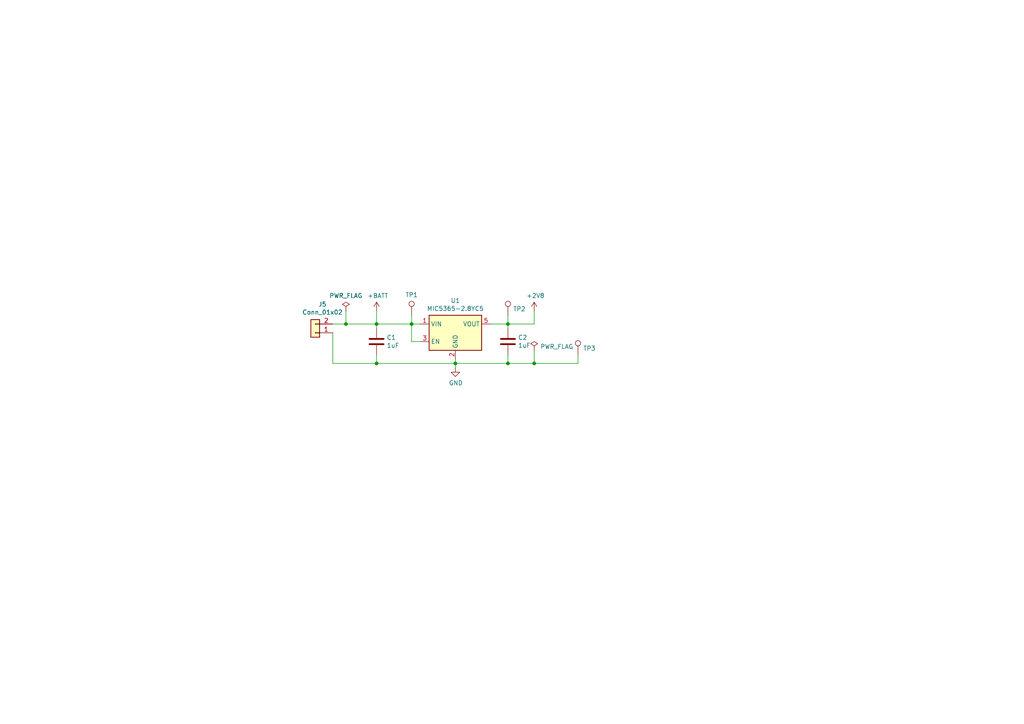
<source format=kicad_sch>
(kicad_sch (version 20211123) (generator eeschema)
  (paper "A4")
  (lib_symbols
    (symbol "Connector:TestPoint" (pin_numbers hide) (pin_names (offset 0.762) hide)
      (property "Reference" "TP" (at 0 6.858 0))
      (property "Value" "TestPoint" (at 0 5.08 0))
      (symbol "TestPoint_0_1"
        (circle (center 0 3.302) (radius 0.762))
      )
      (symbol "TestPoint_1_1"
        (pin passive line (at 0 0 90) (length 2.54) (name "1") (number "1"))
      )
    )
    (symbol "Connector_Generic:Conn_01x02" (pin_names (offset 1.016) hide)
      (property "Reference" "J" (at 0 2.54 0))
      (property "Value" "Conn_01x02" (at 0 -5.08 0))
      (symbol "Conn_01x02_1_1"
        (rectangle (start -1.27 -2.413) (end 0 -2.667) (stroke (width 0.1524)))
        (rectangle (start -1.27 0.127) (end 0 -0.127) (stroke (width 0.1524)))
        (rectangle (start -1.27 1.27) (end 1.27 -3.81) (stroke (width 0.254)) (fill (type background)))
        (pin passive line (at -5.08 0 0) (length 3.81) (name "Pin_1") (number "1"))
        (pin passive line (at -5.08 -2.54 0) (length 3.81) (name "Pin_2") (number "2"))
      )
    )
    (symbol "Device:C" (pin_numbers hide) (pin_names (offset 0.254))
      (property "Reference" "C" (at 0.635 2.54 0))
      (property "Value" "C" (at 0.635 -2.54 0))
      (symbol "C_0_1"
        (polyline (pts (xy -2.032 -0.762) (xy 2.032 -0.762)) (stroke (width 0.508)))
        (polyline (pts (xy -2.032 0.762) (xy 2.032 0.762)) (stroke (width 0.508)))
      )
      (symbol "C_1_1"
        (pin passive line (at 0 3.81 270) (length 2.794) (name "~") (number "1"))
        (pin passive line (at 0 -3.81 90) (length 2.794) (name "~") (number "2"))
      )
    )
    (symbol "cutomLDO:MIC5365-2.8YC5"
      (property "Reference" "U" (at -6.35 6.35 0))
      (property "Value" "MIC5365-2.8YC5" (at 0 6.35 0))
      (symbol "MIC5365-2.8YC5_0_1"
        (rectangle (start -7.62 -5.08) (end 7.62 5.08) (stroke (width 0.254)) (fill (type background)))
      )
      (symbol "MIC5365-2.8YC5_1_1"
        (pin power_in line (at -10.16 2.54 0) (length 2.54) (name "VIN") (number "1"))
        (pin power_in line (at 0 -7.62 90) (length 2.54) (name "GND") (number "2"))
        (pin input line (at -10.16 -2.54 0) (length 2.54) (name "EN") (number "3"))
        (pin no_connect line (at 7.62 -2.54 180) (length 2.54) hide (name "NC") (number "4"))
        (pin power_out line (at 10.16 2.54 180) (length 2.54) (name "VOUT") (number "5"))
      )
    )
    (symbol "power:+2V8" (power) (pin_names (offset 0))
      (property "Value" "+2V8" (at 0 3.556 0))
      (symbol "+2V8_0_1"
        (polyline (pts (xy -0.762 1.27) (xy 0 2.54)))
        (polyline (pts (xy 0 0) (xy 0 2.54)))
        (polyline (pts (xy 0 2.54) (xy 0.762 1.27)))
      )
      (symbol "+2V8_1_1"
        (pin power_in line (at 0 0 90) (length 0) hide (name "+2V8") (number "1"))
      )
    )
    (symbol "power:+BATT" (power) (pin_names (offset 0))
      (property "Value" "+BATT" (at 0 3.556 0))
      (symbol "+BATT_0_1"
        (polyline (pts (xy -0.762 1.27) (xy 0 2.54)))
        (polyline (pts (xy 0 0) (xy 0 2.54)))
        (polyline (pts (xy 0 2.54) (xy 0.762 1.27)))
      )
      (symbol "+BATT_1_1"
        (pin power_in line (at 0 0 90) (length 0) hide (name "+BATT") (number "1"))
      )
    )
    (symbol "power:GND" (power) (pin_names (offset 0))
      (property "Value" "GND" (at 0 -3.81 0))
      (symbol "GND_0_1"
        (polyline (pts (xy 0 0) (xy 0 -1.27) (xy 1.27 -1.27) (xy 0 -2.54) (xy -1.27 -1.27) (xy 0 -1.27)))
      )
      (symbol "GND_1_1"
        (pin power_in line (at 0 0 270) (length 0) hide (name "GND") (number "1"))
      )
    )
    (symbol "power:PWR_FLAG" (power) (pin_numbers hide) (pin_names (offset 0) hide)
      (property "Value" "PWR_FLAG" (at 0 3.81 0))
      (symbol "PWR_FLAG_0_0"
        (pin power_out line (at 0 0 90) (length 0) (name "pwr") (number "1"))
      )
      (symbol "PWR_FLAG_0_1"
        (polyline (pts (xy 0 0) (xy 0 1.27) (xy -1.016 1.905) (xy 0 2.54) (xy 1.016 1.905) (xy 0 1.27)))
      )
    )
  )
  (junction (at 147.32 105.41))
  (junction (at 154.94 105.41))
  (junction (at 109.22 105.41))
  (junction (at 147.32 93.98))
  (junction (at 109.22 93.98))
  (junction (at 100.33 93.98))
  (junction (at 132.08 105.41))
  (junction (at 119.38 93.98))
  (wire (pts (xy 147.32 95.25) (xy 147.32 93.98)))
  (wire (pts (xy 121.92 99.06) (xy 119.38 99.06)))
  (wire (pts (xy 119.38 99.06) (xy 119.38 93.98)))
  (wire (pts (xy 154.94 105.41) (xy 167.64 105.41)))
  (wire (pts (xy 100.33 93.98) (xy 109.22 93.98)))
  (wire (pts (xy 109.22 95.25) (xy 109.22 93.98)))
  (wire (pts (xy 154.94 93.98) (xy 154.94 90.17)))
  (wire (pts (xy 132.08 105.41) (xy 132.08 106.68)))
  (wire (pts (xy 109.22 93.98) (xy 119.38 93.98)))
  (wire (pts (xy 132.08 105.41) (xy 147.32 105.41)))
  (wire (pts (xy 119.38 93.98) (xy 121.92 93.98)))
  (wire (pts (xy 109.22 105.41) (xy 132.08 105.41)))
  (wire (pts (xy 154.94 105.41) (xy 154.94 101.6)))
  (wire (pts (xy 147.32 105.41) (xy 147.32 102.87)))
  (wire (pts (xy 147.32 93.98) (xy 154.94 93.98)))
  (wire (pts (xy 96.52 96.52) (xy 96.52 105.41)))
  (wire (pts (xy 147.32 93.98) (xy 147.32 91.44)))
  (wire (pts (xy 96.52 105.41) (xy 109.22 105.41)))
  (wire (pts (xy 96.52 93.98) (xy 100.33 93.98)))
  (wire (pts (xy 109.22 90.17) (xy 109.22 93.98)))
  (wire (pts (xy 147.32 105.41) (xy 154.94 105.41)))
  (wire (pts (xy 119.38 93.98) (xy 119.38 91.44)))
  (wire (pts (xy 142.24 93.98) (xy 147.32 93.98)))
  (wire (pts (xy 109.22 102.87) (xy 109.22 105.41)))
  (wire (pts (xy 167.64 105.41) (xy 167.64 102.87)))
  (wire (pts (xy 132.08 104.14) (xy 132.08 105.41)))
  (wire (pts (xy 100.33 93.98) (xy 100.33 90.17)))
  (symbol (lib_id "cutomLDO:MIC5365-2.8YC5") (at 132.08 96.52 0) (unit 1)
    (property "Reference" "U1" (at 132.08 87.1982 0))
    (property "Value" "MIC5365-2.8YC5" (at 132.08 89.5096 0))
    (property "Footprint" "Package_TO_SOT_SMD:SOT-353_SC-70-5" (effects hide))
    (property "Datasheet" "https://www.mouser.pl/datasheet/2/268/mic5365-1082359.pdf" (effects hide))
  )
  (symbol (lib_id "Connector_Generic:Conn_01x02") (at 91.44 96.52 180) (unit 1)
    (property "Reference" "J5" (at 93.5228 88.265 0))
    (property "Value" "Conn_01x02" (at 93.5228 90.5764 0))
    (property "Footprint" "Connector_PinSocket_2.54mm:PinSocket_1x02_P2.54mm_Vertical" (effects hide))
  )
  (symbol (lib_id "power:GND") (at 132.08 106.68 0) (unit 1)
    (property "Reference" "#PWR011" (effects hide))
    (property "Value" "GND" (at 132.207 111.0742 0))
  )
  (symbol (lib_id "Device:C") (at 109.22 99.06 0) (unit 1)
    (property "Reference" "C1" (at 112.141 97.8916 0) (effects (justify left)))
    (property "Value" "1uF" (at 112.141 100.203 0) (effects (justify left)))
    (property "Footprint" "Capacitor_SMD:C_0402_1005Metric" (effects hide))
  )
  (symbol (lib_id "power:+BATT") (at 109.22 90.17 0) (unit 1)
    (property "Reference" "#PWR09" (effects hide))
    (property "Value" "+BATT" (at 109.601 85.7758 0))
  )
  (symbol (lib_id "power:+2V8") (at 154.94 90.17 0) (unit 1)
    (property "Reference" "#PWR010" (effects hide))
    (property "Value" "+2V8" (at 155.321 85.7758 0))
  )
  (symbol (lib_id "Device:C") (at 147.32 99.06 0) (unit 1)
    (property "Reference" "C2" (at 150.241 97.8916 0) (effects (justify left)))
    (property "Value" "1uF" (at 150.241 100.203 0) (effects (justify left)))
    (property "Footprint" "Capacitor_SMD:C_0402_1005Metric" (effects hide))
  )
  (symbol (lib_id "power:PWR_FLAG") (at 100.33 90.17 0) (unit 1)
    (property "Reference" "#FLG01" (effects hide))
    (property "Value" "PWR_FLAG" (at 100.33 85.7758 0))
  )
  (symbol (lib_id "power:PWR_FLAG") (at 154.94 101.6 0) (unit 1)
    (property "Reference" "#FLG02" (effects hide))
    (property "Value" "PWR_FLAG" (at 156.6672 100.5332 0) (effects (justify left)))
  )
  (symbol (lib_id "Connector:TestPoint") (at 119.38 91.44 0) (unit 1)
    (property "Reference" "TP1" (at 119.38 85.5218 0))
    (property "Value" "TestPoint" (effects hide))
    (property "Footprint" "TestPoint:TestPoint_Pad_D2.0mm" (effects hide))
  )
  (symbol (lib_id "Connector:TestPoint") (at 147.32 91.44 0) (unit 1)
    (property "Reference" "TP2" (at 148.7932 89.6112 0) (effects (justify left)))
    (property "Value" "TestPoint" (effects hide))
    (property "Footprint" "TestPoint:TestPoint_Pad_D2.0mm" (effects hide))
  )
  (symbol (lib_id "Connector:TestPoint") (at 167.64 102.87 0) (unit 1)
    (property "Reference" "TP3" (at 169.1132 101.0412 0) (effects (justify left)))
    (property "Value" "TestPoint" (effects hide))
    (property "Footprint" "TestPoint:TestPoint_Pad_D2.0mm" (effects hide))
  )
)
</source>
